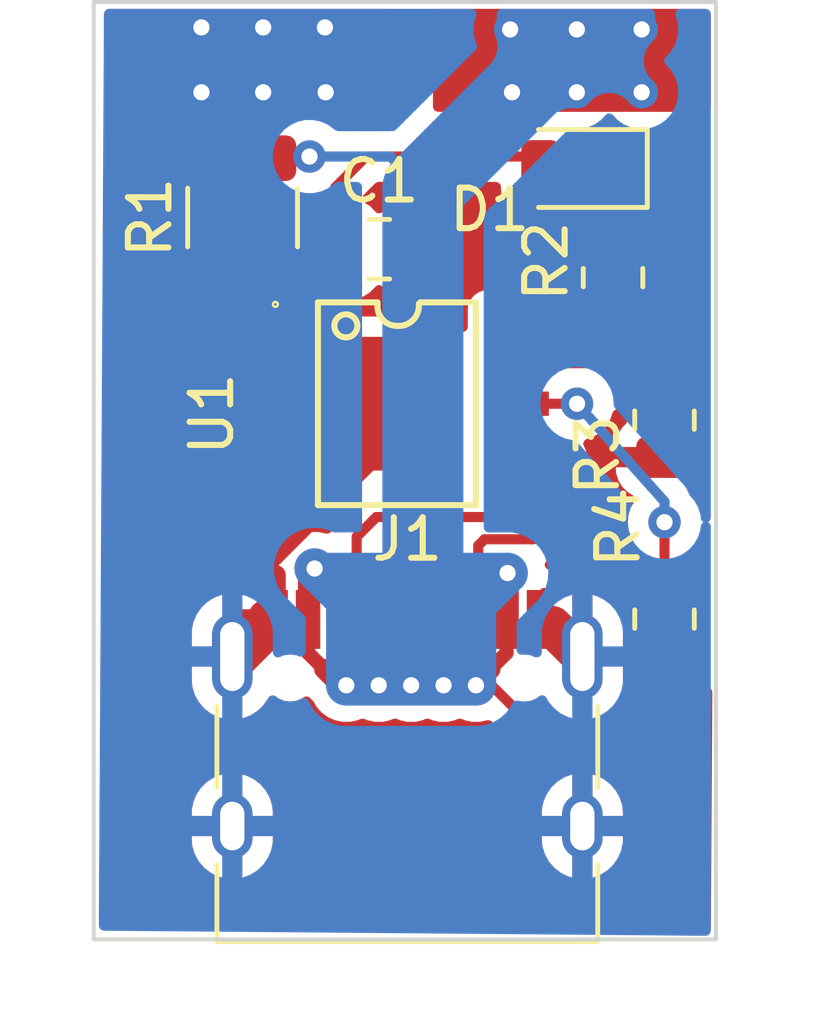
<source format=kicad_pcb>
(kicad_pcb (version 20221018) (generator pcbnew)
  (layers (0 "F.Cu" signal) (31 "B.Cu" signal) (34 "B.Paste" user) (35 "F.Paste" user) (36 "B.SilkS" user "B.Silkscreen") (37 "F.SilkS" user "F.Silkscreen") (38 "B.Mask" user) (39 "F.Mask" user) (44 "Edge.Cuts" user))
  (net 0 "")
  (net 1 "VDD")
  (net 2 "GND")
  (net 3 "Net-(D1-K)")
  (net 4 "/VBUS")
  (net 5 "/CC1")
  (net 7 "/CC2")
  (net 9 "Net-(U1-PG)")
  (net 10 "Net-(U1-CFG1)")
  (net 11 "Net-(U1-VBUS)")
  (net 18 "Net-(U1-DM)")
  (footprint "Capacitor_SMD:C_0805_2012Metric" (layer "F.Cu") (at 19.118 18.07)
    (fp_text reference "C1" (at 0 -1.68) (layer "F.SilkS"))
    (fp_text value "1uF" hide)
    (fp_line (start -0.261252 -0.735) (end 0.261252 -0.735) (stroke (width 0.12)) (layer "F.SilkS"))
    (fp_line (start -0.261252 0.735) (end 0.261252 0.735) (stroke (width 0.12)) (layer "F.SilkS"))
    (pad "1" smd roundrect (at -0.95 0) (size 1 1.45) (layers "F.Cu" "F.Paste" "F.Mask") (net 1 "VDD"))
    (pad "2" smd roundrect (at 0.95 0) (size 1 1.45) (layers "F.Cu" "F.Paste" "F.Mask") (net 2 "GND"))
  )
  (footprint "Connector_USB:USB_C_Receptacle_HRO_TYPE-C-31-M-12" (layer "F.Cu") (at 19.816 31.244)
    (fp_text reference "J1" (at 0 -6.021) (layer "F.SilkS"))
    (fp_text value "USB_C_Receptacle_USB2.0")
    (fp_line (start -4.7 -1.9) (end -4.7 0.1) (stroke (width 0.12)) (layer "F.SilkS"))
    (fp_line (start -4.7 2) (end -4.7 3.9) (stroke (width 0.12)) (layer "F.SilkS"))
    (fp_line (start -4.7 3.9) (end 4.7 3.9) (stroke (width 0.12)) (layer "F.SilkS"))
    (fp_line (start 4.7 -1.9) (end 4.7 0.1) (stroke (width 0.12)) (layer "F.SilkS"))
    (fp_line (start 4.7 2) (end 4.7 3.9) (stroke (width 0.12)) (layer "F.SilkS"))
    (pad "" np_thru_hole circle (at -2.89 -2.6) (size 0.65 0.65) (drill 0.65) (layers "*.Cu" "*.Mask"))
    (pad "" np_thru_hole circle (at 2.89 -2.6) (size 0.65 0.65) (drill 0.65) (layers "*.Cu" "*.Mask"))
    (pad "A1" smd rect (at -3.25 -4.045) (size 0.6 1.45) (layers "F.Cu" "F.Paste" "F.Mask") (net 2 "GND"))
    (pad "A4" smd rect (at -2.45 -4.045) (size 0.6 1.45) (layers "F.Cu" "F.Paste" "F.Mask") (net 4 "/VBUS"))
    (pad "A5" smd rect (at -1.25 -4.045) (size 0.3 1.45) (layers "F.Cu" "F.Paste" "F.Mask") (net 5 "/CC1"))
    (pad "A6" smd rect (at -0.25 -4.045) (size 0.3 1.45) (layers "F.Cu" "F.Paste" "F.Mask"))
    (pad "A7" smd rect (at 0.25 -4.045) (size 0.3 1.45) (layers "F.Cu" "F.Paste" "F.Mask"))
    (pad "A8" smd rect (at 1.25 -4.045) (size 0.3 1.45) (layers "F.Cu" "F.Paste" "F.Mask"))
    (pad "A9" smd rect (at 2.45 -4.045) (size 0.6 1.45) (layers "F.Cu" "F.Paste" "F.Mask") (net 4 "/VBUS"))
    (pad "A12" smd rect (at 3.25 -4.045) (size 0.6 1.45) (layers "F.Cu" "F.Paste" "F.Mask") (net 2 "GND"))
    (pad "B1" smd rect (at 3.25 -4.045) (size 0.6 1.45) (layers "F.Cu" "F.Paste" "F.Mask") (net 2 "GND"))
    (pad "B4" smd rect (at 2.45 -4.045) (size 0.6 1.45) (layers "F.Cu" "F.Paste" "F.Mask") (net 4 "/VBUS"))
    (pad "B5" smd rect (at 1.75 -4.045) (size 0.3 1.45) (layers "F.Cu" "F.Paste" "F.Mask") (net 7 "/CC2"))
    (pad "B6" smd rect (at 0.75 -4.045) (size 0.3 1.45) (layers "F.Cu" "F.Paste" "F.Mask"))
    (pad "B7" smd rect (at -0.75 -4.045) (size 0.3 1.45) (layers "F.Cu" "F.Paste" "F.Mask"))
    (pad "B8" smd rect (at -1.75 -4.045) (size 0.3 1.45) (layers "F.Cu" "F.Paste" "F.Mask"))
    (pad "B9" smd rect (at -2.45 -4.045) (size 0.6 1.45) (layers "F.Cu" "F.Paste" "F.Mask") (net 4 "/VBUS"))
    (pad "B12" smd rect (at -3.25 -4.045) (size 0.6 1.45) (layers "F.Cu" "F.Paste" "F.Mask") (net 2 "GND"))
    (pad "S1" thru_hole oval (at -4.32 -3.13) (size 1 2.1) (drill oval 0.6 1.7) (layers "*.Cu" "*.Mask") (net 2 "GND"))
    (pad "S1" thru_hole oval (at -4.32 1.05) (size 1 1.6) (drill oval 0.6 1.2) (layers "*.Cu" "*.Mask") (net 2 "GND"))
    (pad "S1" thru_hole oval (at 4.32 -3.13) (size 1 2.1) (drill oval 0.6 1.7) (layers "*.Cu" "*.Mask") (net 2 "GND"))
    (pad "S1" thru_hole oval (at 4.32 1.05) (size 1 1.6) (drill oval 0.6 1.2) (layers "*.Cu" "*.Mask") (net 2 "GND"))
  )
  (footprint "LED_SMD:LED_0805_2012Metric" (layer "F.Cu") (at 24.0535 16.079 180)
    (fp_text reference "D1" (at 2.2075 -1.016) (layer "F.SilkS"))
    (fp_text value "LED" hide)
    (fp_line (start -1.685 -0.96) (end -1.685 0.96) (stroke (width 0.12)) (layer "F.SilkS"))
    (fp_line (start -1.685 0.96) (end 1 0.96) (stroke (width 0.12)) (layer "F.SilkS"))
    (fp_line (start 1 -0.96) (end -1.685 -0.96) (stroke (width 0.12)) (layer "F.SilkS"))
    (pad "1" smd roundrect (at -0.9375 0 180) (size 0.975 1.4) (layers "F.Cu" "F.Paste" "F.Mask") (net 3 "Net-(D1-K)"))
    (pad "2" smd roundrect (at 0.9375 0 180) (size 0.975 1.4) (layers "F.Cu" "F.Paste" "F.Mask") (net 1 "VDD"))
  )
  (footprint "Resistor_SMD:R_0805_2012Metric" (layer "F.Cu") (at 26.164 27.1905 -90)
    (fp_text reference "R4" (at -2.2625 1.143 90) (layer "F.SilkS"))
    (fp_text value "10k" hide)
    (fp_line (start -0.227064 -0.735) (end 0.227064 -0.735) (stroke (width 0.12)) (layer "F.SilkS"))
    (fp_line (start -0.227064 0.735) (end 0.227064 0.735) (stroke (width 0.12)) (layer "F.SilkS"))
    (pad "1" smd roundrect (at -0.9125 0 270) (size 1.025 1.4) (layers "F.Cu" "F.Paste" "F.Mask") (roundrect_rratio 0.243902439) (net 11 "Net-(U1-VBUS)"))
    (pad "2" smd roundrect (at 0.9125 0 270) (size 1.025 1.4) (layers "F.Cu" "F.Paste" "F.Mask") (roundrect_rratio 0.243902439) (net 4 "/VBUS"))
  )
  (footprint "Resistor_SMD:R_0805_2012Metric" (layer "F.Cu") (at 24.894 18.7695 90)
    (fp_text reference "R2" (at 0.4045 -1.65 90) (layer "F.SilkS"))
    (fp_text value "1k" hide)
    (fp_line (start -0.227064 -0.735) (end 0.227064 -0.735) (stroke (width 0.12)) (layer "F.SilkS"))
    (fp_line (start -0.227064 0.735) (end 0.227064 0.735) (stroke (width 0.12)) (layer "F.SilkS"))
    (pad "1" smd roundrect (at -0.9125 0 90) (size 1.025 1.4) (layers "F.Cu" "F.Paste" "F.Mask") (roundrect_rratio 0.243902439) (net 9 "Net-(U1-PG)"))
    (pad "2" smd roundrect (at 0.9125 0 90) (size 1.025 1.4) (layers "F.Cu" "F.Paste" "F.Mask") (roundrect_rratio 0.243902439) (net 3 "Net-(D1-K)"))
  )
  (footprint "Resistor_SMD:R_0805_2012Metric" (layer "F.Cu") (at 26.164 22.2845 90)
    (fp_text reference "R3" (at -0.8655 -1.651 90) (layer "F.SilkS"))
    (fp_text value "NC" hide)
    (fp_line (start -0.227064 -0.735) (end 0.227064 -0.735) (stroke (width 0.12)) (layer "F.SilkS"))
    (fp_line (start -0.227064 0.735) (end 0.227064 0.735) (stroke (width 0.12)) (layer "F.SilkS"))
    (pad "1" smd roundrect (at -0.9125 0 90) (size 1.025 1.4) (layers "F.Cu" "F.Paste" "F.Mask") (roundrect_rratio 0.243902439) (net 2 "GND"))
    (pad "2" smd roundrect (at 0.9125 0 90) (size 1.025 1.4) (layers "F.Cu" "F.Paste" "F.Mask") (roundrect_rratio 0.243902439) (net 10 "Net-(U1-CFG1)"))
  )
  (footprint "WCH:ESSOP-10_L4.9-W3.9-P1.0-LS6.0-TL-EP" (layer "F.Cu") (at 19.559873 21.879924 -90)
    (fp_text reference "U1" (at 0.254076 4.571873 90) (layer "F.SilkS"))
    (fp_text value "CH224K" hide)
    (fp_line (start -2.5 -1.949962) (end 2.5 -1.949962) (stroke (width 0.150013)) (layer "F.SilkS"))
    (fp_line (start -2.5 -0.81999) (end -2.5 -1.949962) (stroke (width 0.150013)) (layer "F.SilkS"))
    (fp_line (start -2.5 -0.58001) (end -2.5 -0.81999) (stroke (width 0.150013)) (layer "F.SilkS"))
    (fp_line (start -2.5 0.480036) (end -2.399975 0.480036) (stroke (width 0.150013)) (layer "F.SilkS"))
    (fp_line (start -2.5 1.950013) (end -2.5 0.480036) (stroke (width 0.150013)) (layer "F.SilkS"))
    (fp_line (start -2.5 1.950013) (end 2.5 1.950013) (stroke (width 0.150013)) (layer "F.SilkS"))
    (fp_line (start -2.46002 -0.540005) (end -2.5 -0.58001) (stroke (width 0.150013)) (layer "F.SilkS"))
    (fp_line (start 2.5 1.950013) (end 2.5 -1.949962) (stroke (width 0.150013)) (layer "F.SilkS"))
    (fp_arc (start -2.459995 -0.540005) (mid -2.063915 -0.396079) (end -1.91999 0.000001) (stroke (width 0.150013)) (layer "F.SilkS"))
    (fp_arc (start -1.91999 0) (mid -2.060582 0.339418) (end -2.4 0.48001) (stroke (width 0.150013)) (layer "F.SilkS"))
    (fp_circle (center -2.450013 3.000127) (end -2.420041 3.000127) (stroke (width 0.059995)) (fill none) (layer "F.SilkS"))
    (fp_circle (center -1.919914 1.260224) (end -1.635687 1.260224) (stroke (width 0.150013)) (fill none) (layer "F.SilkS"))
    (pad "0" smd rect (at 0.000076 -0.000127 90) (size 3.3 2.1) (layers "F.Cu" "F.Paste" "F.Mask") (net 2 "GND"))
    (pad "1" smd rect (at -1.999924 3.000127) (size 1.5 0.6) (layers "F.Cu" "F.Paste" "F.Mask") (net 1 "VDD"))
    (pad "2" smd rect (at -0.999924 3.000127) (size 1.5 0.6) (layers "F.Cu" "F.Paste" "F.Mask"))
    (pad "3" smd rect (at 0.000076 3.000127) (size 1.5 0.6) (layers "F.Cu" "F.Paste" "F.Mask"))
    (pad "4" smd rect (at 1.000076 3.000127) (size 1.5 0.6) (layers "F.Cu" "F.Paste" "F.Mask") (net 18 "Net-(U1-DM)"))
    (pad "5" smd rect (at 2.000076 3.000127) (size 1.5 0.6) (layers "F.Cu" "F.Paste" "F.Mask") (net 18 "Net-(U1-DM)"))
    (pad "6" smd rect (at 2.000076 -2.999873) (size 1.5 0.6) (layers "F.Cu" "F.Paste" "F.Mask") (net 5 "/CC1"))
    (pad "7" smd rect (at 1.000076 -3.000127) (size 1.5 0.6) (layers "F.Cu" "F.Paste" "F.Mask") (net 7 "/CC2"))
    (pad "8" smd rect (at 0.000076 -3.000127) (size 1.5 0.6) (layers "F.Cu" "F.Paste" "F.Mask") (net 11 "Net-(U1-VBUS)"))
    (pad "9" smd rect (at -0.999924 -3.000127) (size 1.5 0.6) (layers "F.Cu" "F.Paste" "F.Mask") (net 10 "Net-(U1-CFG1)"))
    (pad "10" smd rect (at -1.999924 -2.999873) (size 1.5 0.6) (layers "F.Cu" "F.Paste" "F.Mask") (net 9 "Net-(U1-PG)"))
  )
  (footprint "Resistor_SMD:R_1210_3225Metric" (layer "F.Cu") (at 15.75 17.2875 -90)
    (fp_text reference "R1" (at 0 2.286 -90) (layer "F.SilkS"))
    (fp_text value "1k" hide)
    (fp_line (start -0.723737 -1.355) (end 0.723737 -1.355) (stroke (width 0.12)) (layer "F.SilkS"))
    (fp_line (start -0.723737 1.355) (end 0.723737 1.355) (stroke (width 0.12)) (layer "F.SilkS"))
    (pad "1" smd roundrect (at -1.4625 0 270) (size 1.125 2.65) (layers "F.Cu" "F.Paste" "F.Mask") (roundrect_rratio 0.2222222222) (net 4 "/VBUS"))
    (pad "2" smd roundrect (at 1.4625 0 270) (size 1.125 2.65) (layers "F.Cu" "F.Paste" "F.Mask") (roundrect_rratio 0.2222222222) (net 1 "VDD"))
  )
  (gr_rect (start 12.075 11.974) (end 27.434 35.088) (stroke (width 0.1)) (fill none) (layer "Edge.Cuts"))
  (segment (start 18.036 16.546) (end 18.036 18.07) (width 0.25) (layer "F.Cu") (net 1))
  (segment (start 18.798 15.784) (end 18.036 16.546) (width 0.25) (layer "F.Cu") (net 1))
  (segment (start 16.305 19.625254) (end 16.559746 19.88) (width 0.25) (layer "F.Cu") (net 1))
  (segment (start 16.559746 19.546254) (end 18.036 18.07) (width 0.25) (layer "F.Cu") (net 1))
  (segment (start 16.559746 19.88) (end 16.559746 19.546254) (width 0.25) (layer "F.Cu") (net 1))
  (segment (start 23.116 15.784) (end 18.798 15.784) (width 0.25) (layer "F.Cu") (net 1))
  (segment (start 16.512 26.054256) (end 16.566 26.108256) (width 0.25) (layer "F.Cu") (net 2))
  (segment (start 23.386396 27.199) (end 23.066 27.199) (width 0.25) (layer "F.Cu") (net 2))
  (segment (start 24.136 28.114) (end 23.386396 27.364396) (width 1) (layer "F.Cu") (net 2))
  (segment (start 15.651 28.114) (end 16.366 27.399) (width 1) (layer "F.Cu") (net 2))
  (segment (start 16.566 26.108256) (end 16.566 27.199) (width 0.5) (layer "F.Cu") (net 2))
  (segment (start 16.366 27.399) (end 16.366 27.199) (width 1) (layer "F.Cu") (net 2))
  (segment (start 19.56 22.769) (end 16.512 25.817) (width 0.25) (layer "F.Cu") (net 2))
  (segment (start 19.936 18.07) (end 19.936 21.504) (width 0.25) (layer "F.Cu") (net 2))
  (segment (start 19.56 21.88) (end 19.56 22.769) (width 0.25) (layer "F.Cu") (net 2))
  (segment (start 16.566 27.199) (end 16.411 27.199) (width 0.25) (layer "F.Cu") (net 2))
  (segment (start 15.496 28.114) (end 15.651 28.114) (width 1) (layer "F.Cu") (net 2))
  (segment (start 19.936 21.504) (end 19.56 21.88) (width 0.25) (layer "F.Cu") (net 2))
  (segment (start 16.537802 26.080058) (end 16.566 26.05186) (width 0.25) (layer "F.Cu") (net 2))
  (segment (start 16.512 25.817) (end 16.512 26.054256) (width 0.25) (layer "F.Cu") (net 2))
  (via (at 16.258 14.2) (size 0.8) (drill 0.4) (layers "F.Cu" "B.Cu") (net 2))
  (via (at 17.8 14.2) (size 0.8) (drill 0.4) (layers "F.Cu" "B.Cu") (net 2))
  (via (at 14.734 14.2) (size 0.8) (drill 0.4) (layers "F.Cu" "B.Cu") (net 2))
  (via (at 17.782 12.6) (size 0.8) (drill 0.4) (layers "F.Cu" "B.Cu") (net 2))
  (via (at 14.734 12.6) (size 0.8) (drill 0.4) (layers "F.Cu" "B.Cu") (net 2))
  (via (at 16.258 12.6) (size 0.8) (drill 0.4) (layers "F.Cu" "B.Cu") (net 2))
  (segment (start 24.894 17.769) (end 24.894 15.881) (width 0.25) (layer "F.Cu") (net 3))
  (segment (start 24.894 15.881) (end 24.991 15.784) (width 0.25) (layer "F.Cu") (net 3))
  (segment (start 18.16566 28.823) (end 18.31 28.823) (width 0.5) (layer "F.Cu") (net 4))
  (segment (start 17.528 26.071) (end 17.528 25.944) (width 0.25) (layer "F.Cu") (net 4))
  (segment (start 25.742 29.795) (end 22.867051 29.795) (width 0.25) (layer "F.Cu") (net 4))
  (segment (start 19.91 28.823) (end 20.71 28.823) (width 0.5) (layer "F.Cu") (net 4))
  (segment (start 19.11 28.823) (end 19.91 28.823) (width 0.5) (layer "F.Cu") (net 4))
  (segment (start 22.867051 29.795) (end 21.86634 28.794289) (width 0.25) (layer "F.Cu") (net 4))
  (segment (start 22.266 26.079295) (end 22.266 27.199) (width 0.5) (layer "F.Cu") (net 4))
  (segment (start 17.76566 28.423) (end 18.16566 28.823) (width 0.5) (layer "F.Cu") (net 4))
  (segment (start 16.258 15.7605) (end 17.3775 15.7605) (width 0.25) (layer "F.Cu") (net 4))
  (segment (start 20.71 28.823) (end 21.46634 28.823) (width 0.5) (layer "F.Cu") (net 4))
  (segment (start 22.2905 26.054795) (end 22.266 26.079295) (width 0.25) (layer "F.Cu") (net 4))
  (segment (start 26.164 29.373) (end 25.742 29.795) (width 0.25) (layer "F.Cu") (net 4))
  (segment (start 26.164 28.103) (end 26.164 29.373) (width 0.25) (layer "F.Cu") (net 4))
  (segment (start 17.655 25.944) (end 17.655 25.944) (width 0.25) (layer "F.Cu") (net 4))
  (segment (start 17.366 26.233) (end 17.528 26.071) (width 0.25) (layer "F.Cu") (net 4))
  (segment (start 17.366 28.02334) (end 17.76566 28.423) (width 0.35) (layer "F.Cu") (net 4))
  (segment (start 21.51 28.77934) (end 21.86634 28.423) (width 0.5) (layer "F.Cu") (net 4))
  (segment (start 21.86634 28.423) (end 22.266 28.02334) (width 0.35) (layer "F.Cu") (net 4))
  (segment (start 17.528 25.944) (end 17.655 25.944) (width 0.25) (layer "F.Cu") (net 4))
  (segment (start 17.3775 15.7605) (end 17.401 15.784) (width 0.25) (layer "F.Cu") (net 4))
  (segment (start 18.31 28.823) (end 19.11 28.823) (width 0.5) (layer "F.Cu") (net 4))
  (segment (start 21.46634 28.823) (end 21.51 28.823) (width 0.5) (layer "F.Cu") (net 4))
  (segment (start 21.51 28.823) (end 21.51 28.77934) (width 0.5) (layer "F.Cu") (net 4))
  (segment (start 21.86634 28.794289) (end 21.86634 28.423) (width 0.25) (layer "F.Cu") (net 4))
  (segment (start 21.46634 28.823) (end 21.46634 28.823) (width 0.5) (layer "F.Cu") (net 4))
  (segment (start 17.366 27.199) (end 17.366 28.02334) (width 0.35) (layer "F.Cu") (net 4))
  (segment (start 17.366 27.199) (end 17.366 26.233) (width 0.5) (layer "F.Cu") (net 4))
  (segment (start 22.266 28.02334) (end 22.266 27.199) (width 0.35) (layer "F.Cu") (net 4))
  (via (at 18.31 28.823) (size 0.8) (drill 0.4) (layers "F.Cu" "B.Cu") (net 4))
  (via (at 25.6 14.2) (size 0.8) (drill 0.4) (layers "F.Cu" "B.Cu") (net 4))
  (via (at 24 14.2) (size 0.8) (drill 0.4) (layers "F.Cu" "B.Cu") (net 4))
  (via (at 24 12.65) (size 0.8) (drill 0.4) (layers "F.Cu" "B.Cu") (net 4))
  (via (at 22.354 12.65) (size 0.8) (drill 0.4) (layers "F.Cu" "B.Cu") (net 4))
  (via (at 17.528 25.944) (size 0.8) (drill 0.4) (layers "F.Cu" "B.Cu") (net 4))
  (via (at 22.4 14.2) (size 0.8) (drill 0.4) (layers "F.Cu" "B.Cu") (net 4))
  (via (at 19.11 28.823) (size 0.8) (drill 0.4) (layers "F.Cu" "B.Cu") (net 4))
  (via (at 19.91 28.823) (size 0.8) (drill 0.4) (layers "F.Cu" "B.Cu") (net 4))
  (via (at 21.51 28.823) (size 0.8) (drill 0.4) (layers "F.Cu" "B.Cu") (net 4))
  (via (at 22.2905 26.054795) (size 0.8) (drill 0.4) (layers "F.Cu" "B.Cu") (net 4))
  (via (at 17.401 15.784) (size 0.8) (drill 0.4) (layers "F.Cu" "B.Cu") (net 4))
  (via (at 20.71 28.823) (size 0.8) (drill 0.4) (layers "F.Cu" "B.Cu") (net 4))
  (via (at 25.6 12.65) (size 0.8) (drill 0.4) (layers "F.Cu" "B.Cu") (net 4))
  (segment (start 18.31 28.823) (end 21.51 28.823) (width 1) (layer "B.Cu") (net 4))
  (segment (start 20.2 26.054795) (end 17.638795 26.054795) (width 1) (layer "B.Cu") (net 4))
  (segment (start 23.382 13.4) (end 23.8 13.4) (width 0.25) (layer "B.Cu") (net 4))
  (segment (start 18.31 26.726) (end 17.638795 26.054795) (width 1) (layer "B.Cu") (net 4))
  (segment (start 17.638795 26.054795) (end 17.528 25.944) (width 1) (layer "B.Cu") (net 4))
  (segment (start 20.2 26.054795) (end 20.2 16.582) (width 2) (layer "B.Cu") (net 4))
  (segment (start 21.51 26.835295) (end 22.2905 26.054795) (width 1) (layer "B.Cu") (net 4))
  (segment (start 19.402 15.784) (end 17.401 15.784) (width 0.25) (layer "B.Cu") (net 4))
  (segment (start 20.2 16.582) (end 19.402 15.784) (width 0.25) (layer "B.Cu") (net 4))
  (segment (start 20.2 16.582) (end 23.382 13.4) (width 2) (layer "B.Cu") (net 4))
  (segment (start 22.2905 26.054795) (end 20.2 26.054795) (width 1) (layer "B.Cu") (net 4))
  (segment (start 21.51 28.823) (end 21.51 26.835295) (width 1) (layer "B.Cu") (net 4))
  (segment (start 18.31 28.823) (end 18.31 26.726) (width 1) (layer "B.Cu") (net 4))
  (segment (start 22.481 23.958746) (end 22.481 24.450492) (width 0.25) (layer "F.Cu") (net 5))
  (segment (start 22.257492 24.674) (end 19.052 24.674) (width 0.25) (layer "F.Cu") (net 5))
  (segment (start 18.566 25.16) (end 18.566 27.199) (width 0.25) (layer "F.Cu") (net 5))
  (segment (start 19.052 24.674) (end 18.566 25.16) (width 0.25) (layer "F.Cu") (net 5))
  (segment (start 22.481 24.450492) (end 22.257492 24.674) (width 0.25) (layer "F.Cu") (net 5))
  (segment (start 22.559746 23.88) (end 22.481 23.958746) (width 0.25) (layer "F.Cu") (net 5))
  (segment (start 23.634746 24.505) (end 23.634746 23.255) (width 0.25) (layer "F.Cu") (net 7))
  (segment (start 23.634746 23.255) (end 23.259746 22.88) (width 0.25) (layer "F.Cu") (net 7))
  (segment (start 22.916746 25.223) (end 23.634746 24.505) (width 0.25) (layer "F.Cu") (net 7))
  (segment (start 21.719 25.223) (end 22.916746 25.223) (width 0.25) (layer "F.Cu") (net 7))
  (segment (start 22.56 22.88) (end 21.859746 22.88) (width 0.25) (layer "F.Cu") (net 7))
  (segment (start 21.566 25.376) (end 21.719 25.223) (width 0.25) (layer "F.Cu") (net 7))
  (segment (start 23.259746 22.88) (end 22.56 22.88) (width 0.25) (layer "F.Cu") (net 7))
  (segment (start 21.566 27.199) (end 21.566 25.376) (width 0.25) (layer "F.Cu") (net 7))
  (segment (start 23.116 19.594) (end 24.894 19.594) (width 0.25) (layer "F.Cu") (net 9))
  (segment (start 22.559746 19.88) (end 22.83 19.88) (width 0.25) (layer "F.Cu") (net 9))
  (segment (start 22.83 19.88) (end 23.116 19.594) (width 0.25) (layer "F.Cu") (net 9))
  (segment (start 22.56 20.88) (end 25.672 20.88) (width 0.25) (layer "F.Cu") (net 10))
  (segment (start 25.672 20.88) (end 26.164 21.372) (width 0.25) (layer "F.Cu") (net 10))
  (segment (start 26.164 26.278) (end 26.164 24.801) (width 0.25) (layer "F.Cu") (net 11))
  (segment (start 24.005 21.88) (end 22.56 21.88) (width 0.25) (layer "F.Cu") (net 11))
  (via (at 24.005 21.88) (size 0.8) (drill 0.4) (layers "F.Cu" "B.Cu") (net 11))
  (via (at 26.164 24.801) (size 0.8) (drill 0.4) (layers "F.Cu" "B.Cu") (net 11))
  (segment (start 26.164 24.293) (end 24.005 21.88) (width 0.25) (layer "B.Cu") (net 11))
  (segment (start 24.005 21.88) (end 24.005 22.134) (width 0.25) (layer "B.Cu") (net 11))
  (segment (start 26.164 24.801) (end 26.164 24.293) (width 0.25) (layer "B.Cu") (net 11))
  (segment (start 16.559746 22.88) (end 16.559746 23.88) (width 0.25) (layer "F.Cu") (net 18))
  (zone (net 4) (net_name "/VBUS") (layer "F.Cu") (priority 2) (connect_pads (clearance 0.5)) (min_thickness 0.25) (fill yes (thermal_gap 0.5) (thermal_bridge_width 0.5))
    (polygon (pts (xy 20.449 12.142) (xy 27.307 12.142) (xy 27.307 14.682) (xy 20.449 14.682)))
  )
  (zone (net 2) (net_name "GND") (layer "F.Cu") (connect_pads (clearance 0.5)) (min_thickness 0.25) (fill yes (thermal_gap 0.5) (thermal_bridge_width 0.5))
    (polygon (pts (xy 12.329 14.772) (xy 27.434 15.022) (xy 27.307 34.961) (xy 12.202 34.711)))
  )
  (zone (net 2) (net_name "GND") (layer "F.Cu") (priority 3) (connect_pads (clearance 0.5)) (min_thickness 0.25) (fill yes (thermal_gap 0.5) (thermal_bridge_width 0.5))
    (polygon (pts (xy 12.329 15.317) (xy 12.329 12.142) (xy 15.115 12.142) (xy 15.115 15.317)))
  )
  (zone (net 2) (net_name "GND") (layer "F.Cu") (priority 4) (connect_pads (clearance 0.5)) (min_thickness 0.25) (fill yes (thermal_gap 0.5) (thermal_bridge_width 0.5))
    (polygon (pts (xy 12.329 12.142) (xy 19.414 12.142) (xy 19.414 14.682) (xy 12.329 14.682)))
  )
  (zone (net 4) (net_name "/VBUS") (layer "B.Cu") (priority 6) (connect_pads (clearance 0.5)) (min_thickness 0.25) (fill yes (thermal_gap 0.5) (thermal_bridge_width 0.5))
    (polygon (pts (xy 18.51 26.323) (xy 21.26 26.323) (xy 21.26 28.573) (xy 18.51 28.573)))
  )
  (zone (net 2) (net_name "GND") (layer "B.Cu") (priority 5) (connect_pads (clearance 0.5)) (min_thickness 0.25) (fill yes (thermal_gap 0.5) (thermal_bridge_width 0.5))
    (polygon (pts (xy 27.307 35.002) (xy 12.202 34.875) (xy 12.329 12.142) (xy 27.307 12.142)))
  )
  (zone (net 4) (net_name "/VBUS") (layer "B.Cu") (priority 1) (connect_pads (clearance 0.5)) (min_thickness 0.25) (fill yes (thermal_gap 0.5) (thermal_bridge_width 0.5))
    (polygon (pts (xy 27.307 12.142) (xy 27.307 14.682) (xy 20.449 14.682) (xy 20.449 12.142)))
  )
)
</source>
